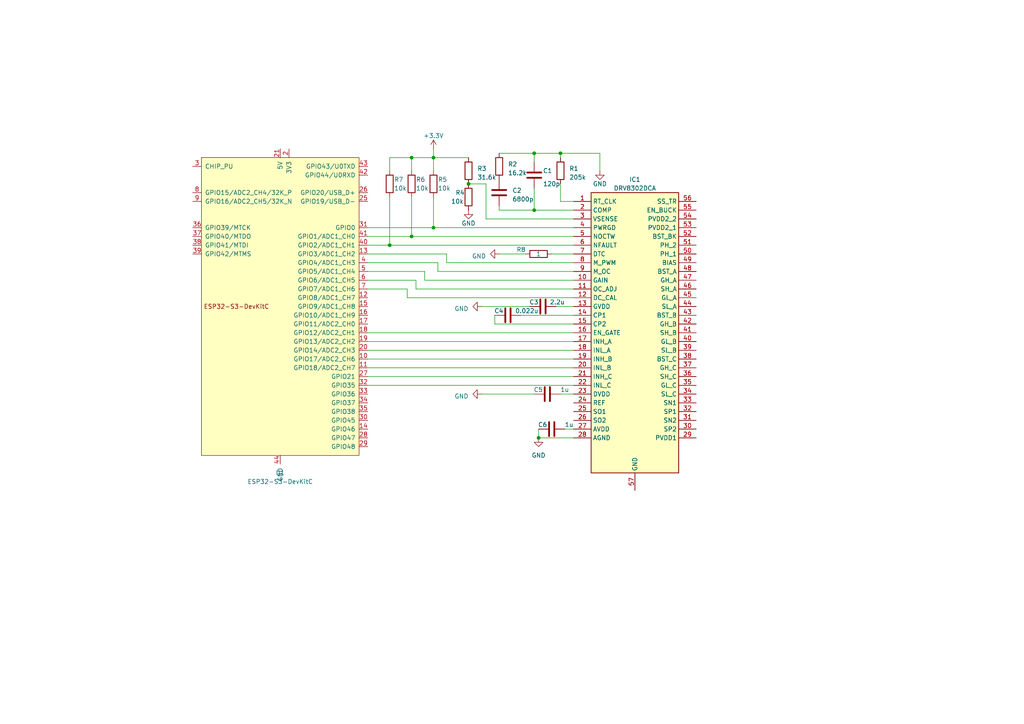
<source format=kicad_sch>
(kicad_sch (version 20230121) (generator eeschema)
  (paper "A4")
  (lib_symbols
    (symbol "DRV8302DCA:DRV8302DCA"
      (property "Reference" "IC" (at 31.75 7.62 0))
      (property "Value" "DRV8302DCA" (at 31.75 5.08 0))
      (symbol "DRV8302DCA_1_1"
        (rectangle (start 5.08 2.54) (end 30.48 -78.74) (stroke (width 0.254)) (fill (type background)))
        (pin passive line (at 0 0 0) (length 5.08) (name "RT_CLK") (number "1"))
        (pin passive line (at 0 -22.86 0) (length 5.08) (name "GAIN") (number "10"))
        (pin passive line (at 0 -25.4 0) (length 5.08) (name "OC_ADJ") (number "11"))
        (pin passive line (at 0 -27.94 0) (length 5.08) (name "DC_CAL") (number "12"))
        (pin passive line (at 0 -30.48 0) (length 5.08) (name "GVDD") (number "13"))
        (pin passive line (at 0 -33.02 0) (length 5.08) (name "CP1") (number "14"))
        (pin passive line (at 0 -35.56 0) (length 5.08) (name "CP2") (number "15"))
        (pin passive line (at 0 -38.1 0) (length 5.08) (name "EN_GATE") (number "16"))
        (pin passive line (at 0 -40.64 0) (length 5.08) (name "INH_A") (number "17"))
        (pin passive line (at 0 -43.18 0) (length 5.08) (name "INL_A") (number "18"))
        (pin passive line (at 0 -45.72 0) (length 5.08) (name "INH_B") (number "19"))
        (pin passive line (at 0 -2.54 0) (length 5.08) (name "COMP") (number "2"))
        (pin passive line (at 0 -48.26 0) (length 5.08) (name "INL_B") (number "20"))
        (pin passive line (at 0 -50.8 0) (length 5.08) (name "INH_C") (number "21"))
        (pin passive line (at 0 -53.34 0) (length 5.08) (name "INL_C") (number "22"))
        (pin passive line (at 0 -55.88 0) (length 5.08) (name "DVDD") (number "23"))
        (pin passive line (at 0 -58.42 0) (length 5.08) (name "REF") (number "24"))
        (pin passive line (at 0 -60.96 0) (length 5.08) (name "SO1") (number "25"))
        (pin passive line (at 0 -63.5 0) (length 5.08) (name "SO2") (number "26"))
        (pin passive line (at 0 -66.04 0) (length 5.08) (name "AVDD") (number "27"))
        (pin passive line (at 0 -68.58 0) (length 5.08) (name "AGND") (number "28"))
        (pin passive line (at 35.56 -68.58 180) (length 5.08) (name "PVDD1") (number "29"))
        (pin passive line (at 0 -5.08 0) (length 5.08) (name "VSENSE") (number "3"))
        (pin passive line (at 35.56 -66.04 180) (length 5.08) (name "SP2") (number "30"))
        (pin passive line (at 35.56 -63.5 180) (length 5.08) (name "SN2") (number "31"))
        (pin passive line (at 35.56 -60.96 180) (length 5.08) (name "SP1") (number "32"))
        (pin passive line (at 35.56 -58.42 180) (length 5.08) (name "SN1") (number "33"))
        (pin passive line (at 35.56 -55.88 180) (length 5.08) (name "SL_C") (number "34"))
        (pin passive line (at 35.56 -53.34 180) (length 5.08) (name "GL_C") (number "35"))
        (pin passive line (at 35.56 -50.8 180) (length 5.08) (name "SH_C") (number "36"))
        (pin passive line (at 35.56 -48.26 180) (length 5.08) (name "GH_C") (number "37"))
        (pin passive line (at 35.56 -45.72 180) (length 5.08) (name "BST_C") (number "38"))
        (pin passive line (at 35.56 -43.18 180) (length 5.08) (name "SL_B") (number "39"))
        (pin passive line (at 0 -7.62 0) (length 5.08) (name "PWRGD") (number "4"))
        (pin passive line (at 35.56 -40.64 180) (length 5.08) (name "GL_B") (number "40"))
        (pin passive line (at 35.56 -38.1 180) (length 5.08) (name "SH_B") (number "41"))
        (pin passive line (at 35.56 -35.56 180) (length 5.08) (name "GH_B") (number "42"))
        (pin passive line (at 35.56 -33.02 180) (length 5.08) (name "BST_B") (number "43"))
        (pin passive line (at 35.56 -30.48 180) (length 5.08) (name "SL_A") (number "44"))
        (pin passive line (at 35.56 -27.94 180) (length 5.08) (name "GL_A") (number "45"))
        (pin passive line (at 35.56 -25.4 180) (length 5.08) (name "SH_A") (number "46"))
        (pin passive line (at 35.56 -22.86 180) (length 5.08) (name "GH_A") (number "47"))
        (pin passive line (at 35.56 -20.32 180) (length 5.08) (name "BST_A") (number "48"))
        (pin passive line (at 35.56 -17.78 180) (length 5.08) (name "BIAS") (number "49"))
        (pin passive line (at 0 -10.16 0) (length 5.08) (name "NOCTW") (number "5"))
        (pin passive line (at 35.56 -15.24 180) (length 5.08) (name "PH_1") (number "50"))
        (pin passive line (at 35.56 -12.7 180) (length 5.08) (name "PH_2") (number "51"))
        (pin passive line (at 35.56 -10.16 180) (length 5.08) (name "BST_BK") (number "52"))
        (pin passive line (at 35.56 -7.62 180) (length 5.08) (name "PVDD2_1") (number "53"))
        (pin passive line (at 35.56 -5.08 180) (length 5.08) (name "PVDD2_2") (number "54"))
        (pin passive line (at 35.56 -2.54 180) (length 5.08) (name "EN_BUCK") (number "55"))
        (pin passive line (at 35.56 0 180) (length 5.08) (name "SS_TR") (number "56"))
        (pin passive line (at 17.78 -83.82 90) (length 5.08) (name "GND") (number "57"))
        (pin passive line (at 0 -12.7 0) (length 5.08) (name "NFAULT") (number "6"))
        (pin passive line (at 0 -15.24 0) (length 5.08) (name "DTC") (number "7"))
        (pin passive line (at 0 -17.78 0) (length 5.08) (name "M_PWM") (number "8"))
        (pin passive line (at 0 -20.32 0) (length 5.08) (name "M_OC") (number "9"))
      )
    )
    (symbol "Device:C" (pin_numbers hide) (pin_names (offset 0.254))
      (property "Reference" "C" (at 0.635 2.54 0))
      (property "Value" "C" (at 0.635 -2.54 0))
      (symbol "C_0_1"
        (polyline (pts (xy -2.032 -0.762) (xy 2.032 -0.762)) (stroke (width 0.508)))
        (polyline (pts (xy -2.032 0.762) (xy 2.032 0.762)) (stroke (width 0.508)))
      )
      (symbol "C_1_1"
        (pin passive line (at 0 3.81 270) (length 2.794) (name "~") (number "1"))
        (pin passive line (at 0 -3.81 90) (length 2.794) (name "~") (number "2"))
      )
    )
    (symbol "Device:R" (pin_numbers hide) (pin_names (offset 0))
      (property "Reference" "R" (at 2.032 0 90))
      (property "Value" "R" (at 0 0 90))
      (symbol "R_0_1"
        (rectangle (start -1.016 -2.54) (end 1.016 2.54) (stroke (width 0.254)))
      )
      (symbol "R_1_1"
        (pin passive line (at 0 3.81 270) (length 1.27) (name "~") (number "1"))
        (pin passive line (at 0 -3.81 90) (length 1.27) (name "~") (number "2"))
      )
    )
    (symbol "Espressif:ESP32-S3-DevKitC" (pin_names (offset 1.016))
      (property "Reference" "U" (at -22.86 48.26 0))
      (property "Value" "ESP32-S3-DevKitC" (at -22.86 45.72 0))
      (symbol "ESP32-S3-DevKitC_0_0"
        (text "ESP32-S3-DevKitC" (at -12.7 0 0) (effects (font (size 1.27 1.27))))
        (pin bidirectional line (at 25.4 -35.56 180) (length 2.54) (name "GPIO46") (number "14"))
        (pin bidirectional line (at 25.4 -10.16 180) (length 2.54) (name "GPIO13/ADC2_CH2") (number "19"))
        (pin bidirectional line (at -25.4 15.24 0) (length 2.54) (name "GPIO42/MTMS") (number "39"))
        (pin bidirectional line (at 25.4 17.78 180) (length 2.54) (name "GPIO2/ADC1_CH1") (number "40"))
        (pin bidirectional line (at 25.4 20.32 180) (length 2.54) (name "GPIO1/ADC1_CH0") (number "41"))
        (pin bidirectional line (at 25.4 38.1 180) (length 2.54) (name "GPIO44/U0RXD") (number "42"))
        (pin bidirectional line (at 25.4 40.64 180) (length 2.54) (name "GPIO43/U0TXD") (number "43"))
        (pin power_in line (at 0 -43.18 270) (length 2.54) (name "GND") (number "44"))
      )
      (symbol "ESP32-S3-DevKitC_0_1"
        (rectangle (start -22.86 43.18) (end 22.86 -43.18) (fill (type background)))
        (pin power_in line (at 2.54 45.72 270) (length 2.54) (name "3V3") (number "2"))
      )
      (symbol "ESP32-S3-DevKitC_1_1"
        (pin passive line (at 2.54 45.72 270) (length 2.54) hide (name "3V3") (number "1"))
        (pin bidirectional line (at 25.4 -15.24 180) (length 2.54) (name "GPIO17/ADC2_CH6") (number "10"))
        (pin bidirectional line (at 25.4 -17.78 180) (length 2.54) (name "GPIO18/ADC2_CH7") (number "11"))
        (pin bidirectional line (at 25.4 2.54 180) (length 2.54) (name "GPIO8/ADC1_CH7") (number "12"))
        (pin bidirectional line (at 25.4 15.24 180) (length 2.54) (name "GPIO3/ADC1_CH2") (number "13"))
        (pin bidirectional line (at 25.4 0 180) (length 2.54) (name "GPIO9/ADC1_CH8") (number "15"))
        (pin bidirectional line (at 25.4 -2.54 180) (length 2.54) (name "GPIO10/ADC1_CH9") (number "16"))
        (pin bidirectional line (at 25.4 -5.08 180) (length 2.54) (name "GPIO11/ADC2_CH0") (number "17"))
        (pin bidirectional line (at 25.4 -7.62 180) (length 2.54) (name "GPIO12/ADC2_CH1") (number "18"))
        (pin bidirectional line (at 25.4 -12.7 180) (length 2.54) (name "GPIO14/ADC2_CH3") (number "20"))
        (pin power_in line (at 0 45.72 270) (length 2.54) (name "5V") (number "21"))
        (pin passive line (at 0 -43.18 270) (length 2.54) hide (name "GND") (number "22"))
        (pin passive line (at 0 -43.18 270) (length 2.54) hide (name "GND") (number "23"))
        (pin passive line (at 0 -43.18 270) (length 2.54) hide (name "GND") (number "24"))
        (pin bidirectional line (at 25.4 30.48 180) (length 2.54) (name "GPIO19/USB_D-") (number "25"))
        (pin bidirectional line (at 25.4 33.02 180) (length 2.54) (name "GPIO20/USB_D+") (number "26"))
        (pin bidirectional line (at 25.4 -20.32 180) (length 2.54) (name "GPIO21") (number "27"))
        (pin bidirectional line (at 25.4 -38.1 180) (length 2.54) (name "GPIO47") (number "28"))
        (pin bidirectional line (at 25.4 -40.64 180) (length 2.54) (name "GPIO48") (number "29"))
        (pin input line (at -25.4 40.64 0) (length 2.54) (name "CHIP_PU") (number "3"))
        (pin bidirectional line (at 25.4 -33.02 180) (length 2.54) (name "GPIO45") (number "30"))
        (pin bidirectional line (at 25.4 22.86 180) (length 2.54) (name "GPIO0") (number "31"))
        (pin bidirectional line (at 25.4 -22.86 180) (length 2.54) (name "GPIO35") (number "32"))
        (pin bidirectional line (at 25.4 -25.4 180) (length 2.54) (name "GPIO36") (number "33"))
        (pin bidirectional line (at 25.4 -27.94 180) (length 2.54) (name "GPIO37") (number "34"))
        (pin bidirectional line (at 25.4 -30.48 180) (length 2.54) (name "GPIO38") (number "35"))
        (pin bidirectional line (at -25.4 22.86 0) (length 2.54) (name "GPIO39/MTCK") (number "36"))
        (pin bidirectional line (at -25.4 20.32 0) (length 2.54) (name "GPIO40/MTDO") (number "37"))
        (pin bidirectional line (at -25.4 17.78 0) (length 2.54) (name "GPIO41/MTDI") (number "38"))
        (pin bidirectional line (at 25.4 12.7 180) (length 2.54) (name "GPIO4/ADC1_CH3") (number "4"))
        (pin bidirectional line (at 25.4 10.16 180) (length 2.54) (name "GPIO5/ADC1_CH4") (number "5"))
        (pin bidirectional line (at 25.4 7.62 180) (length 2.54) (name "GPIO6/ADC1_CH5") (number "6"))
        (pin bidirectional line (at 25.4 5.08 180) (length 2.54) (name "GPIO7/ADC1_CH6") (number "7"))
        (pin bidirectional line (at -25.4 33.02 0) (length 2.54) (name "GPIO15/ADC2_CH4/32K_P") (number "8"))
        (pin bidirectional line (at -25.4 30.48 0) (length 2.54) (name "GPIO16/ADC2_CH5/32K_N") (number "9"))
      )
    )
    (symbol "power:+3.3V" (power) (pin_names (offset 0))
      (property "Value" "+3.3V" (at 0 3.556 0))
      (symbol "+3.3V_0_1"
        (polyline (pts (xy -0.762 1.27) (xy 0 2.54)))
        (polyline (pts (xy 0 0) (xy 0 2.54)))
        (polyline (pts (xy 0 2.54) (xy 0.762 1.27)))
      )
      (symbol "+3.3V_1_1"
        (pin power_in line (at 0 0 90) (length 0) hide (name "+3.3V") (number "1"))
      )
    )
    (symbol "power:GND" (power) (pin_names (offset 0))
      (property "Value" "GND" (at 0 -3.81 0))
      (symbol "GND_0_1"
        (polyline (pts (xy 0 0) (xy 0 -1.27) (xy 1.27 -1.27) (xy 0 -2.54) (xy -1.27 -1.27) (xy 0 -1.27)))
      )
      (symbol "GND_1_1"
        (pin power_in line (at 0 0 270) (length 0) hide (name "GND") (number "1"))
      )
    )
  )
  (junction (at 113.03 71.12))
  (junction (at 154.94 44.45))
  (junction (at 156.21 127))
  (junction (at 125.73 66.04))
  (junction (at 162.56 44.45))
  (junction (at 135.89 53.34))
  (junction (at 119.38 45.72))
  (junction (at 154.94 60.96))
  (junction (at 119.38 68.58))
  (junction (at 125.73 45.72))
  (wire (pts (xy 113.03 57.15) (xy 113.03 71.12)))
  (wire (pts (xy 119.38 57.15) (xy 119.38 68.58)))
  (wire (pts (xy 125.73 45.72) (xy 125.73 43.18)))
  (wire (pts (xy 163.83 124.46) (xy 166.37 124.46)))
  (wire (pts (xy 106.68 111.76) (xy 166.37 111.76)))
  (wire (pts (xy 106.68 71.12) (xy 113.03 71.12)))
  (wire (pts (xy 154.94 54.61) (xy 154.94 60.96)))
  (wire (pts (xy 139.7 114.3) (xy 154.94 114.3)))
  (wire (pts (xy 125.73 45.72) (xy 135.89 45.72)))
  (wire (pts (xy 113.03 45.72) (xy 113.03 49.53)))
  (wire (pts (xy 129.54 76.2) (xy 129.54 73.66)))
  (wire (pts (xy 166.37 81.28) (xy 123.19 81.28)))
  (wire (pts (xy 106.68 101.6) (xy 166.37 101.6)))
  (wire (pts (xy 119.38 45.72) (xy 119.38 49.53)))
  (wire (pts (xy 125.73 57.15) (xy 125.73 66.04)))
  (wire (pts (xy 119.38 68.58) (xy 166.37 68.58)))
  (wire (pts (xy 166.37 58.42) (xy 162.56 58.42)))
  (wire (pts (xy 140.97 53.34) (xy 140.97 63.5)))
  (wire (pts (xy 125.73 66.04) (xy 166.37 66.04)))
  (wire (pts (xy 166.37 76.2) (xy 129.54 76.2)))
  (wire (pts (xy 143.51 93.98) (xy 143.51 91.44)))
  (wire (pts (xy 144.78 44.45) (xy 154.94 44.45)))
  (wire (pts (xy 156.21 127) (xy 156.21 124.46)))
  (wire (pts (xy 125.73 45.72) (xy 119.38 45.72)))
  (wire (pts (xy 125.73 45.72) (xy 125.73 49.53)))
  (wire (pts (xy 173.99 44.45) (xy 173.99 49.53)))
  (wire (pts (xy 161.29 88.9) (xy 166.37 88.9)))
  (wire (pts (xy 166.37 60.96) (xy 154.94 60.96)))
  (wire (pts (xy 151.13 91.44) (xy 166.37 91.44)))
  (wire (pts (xy 106.68 99.06) (xy 166.37 99.06)))
  (wire (pts (xy 154.94 44.45) (xy 162.56 44.45)))
  (wire (pts (xy 106.68 81.28) (xy 120.65 81.28)))
  (wire (pts (xy 123.19 81.28) (xy 123.19 78.74)))
  (wire (pts (xy 113.03 71.12) (xy 166.37 71.12)))
  (wire (pts (xy 106.68 66.04) (xy 125.73 66.04)))
  (wire (pts (xy 166.37 78.74) (xy 127 78.74)))
  (wire (pts (xy 154.94 44.45) (xy 154.94 46.99)))
  (wire (pts (xy 127 78.74) (xy 127 76.2)))
  (wire (pts (xy 162.56 53.34) (xy 162.56 58.42)))
  (wire (pts (xy 120.65 83.82) (xy 120.65 81.28)))
  (wire (pts (xy 144.78 60.96) (xy 144.78 59.69)))
  (wire (pts (xy 166.37 127) (xy 156.21 127)))
  (wire (pts (xy 106.68 106.68) (xy 166.37 106.68)))
  (wire (pts (xy 166.37 86.36) (xy 118.11 86.36)))
  (wire (pts (xy 119.38 45.72) (xy 113.03 45.72)))
  (wire (pts (xy 166.37 63.5) (xy 140.97 63.5)))
  (wire (pts (xy 166.37 93.98) (xy 143.51 93.98)))
  (wire (pts (xy 106.68 76.2) (xy 127 76.2)))
  (wire (pts (xy 162.56 45.72) (xy 162.56 44.45)))
  (wire (pts (xy 106.68 83.82) (xy 118.11 83.82)))
  (wire (pts (xy 106.68 109.22) (xy 166.37 109.22)))
  (wire (pts (xy 106.68 68.58) (xy 119.38 68.58)))
  (wire (pts (xy 160.02 73.66) (xy 166.37 73.66)))
  (wire (pts (xy 106.68 104.14) (xy 166.37 104.14)))
  (wire (pts (xy 106.68 78.74) (xy 123.19 78.74)))
  (wire (pts (xy 154.94 60.96) (xy 144.78 60.96)))
  (wire (pts (xy 106.68 96.52) (xy 166.37 96.52)))
  (wire (pts (xy 140.97 53.34) (xy 135.89 53.34)))
  (wire (pts (xy 162.56 114.3) (xy 166.37 114.3)))
  (wire (pts (xy 118.11 86.36) (xy 118.11 83.82)))
  (wire (pts (xy 129.54 73.66) (xy 106.68 73.66)))
  (wire (pts (xy 139.7 88.9) (xy 153.67 88.9)))
  (wire (pts (xy 144.78 73.66) (xy 152.4 73.66)))
  (wire (pts (xy 166.37 83.82) (xy 120.65 83.82)))
  (wire (pts (xy 162.56 44.45) (xy 173.99 44.45)))
  (symbol (lib_id "Device:C") (at 154.94 50.8 0) (unit 1)
    (property "Reference" "C1" (at 157.48 49.53 0) (effects (justify left)))
    (property "Value" "120p" (at 157.48 53.34 0) (effects (justify left)))
  )
  (symbol (lib_id "power:GND") (at 135.89 60.96 0) (unit 1)
    (property "Reference" "#PWR02" (effects hide))
    (property "Value" "GND" (at 135.89 64.77 0))
  )
  (symbol (lib_id "Device:R") (at 113.03 53.34 0) (unit 1)
    (property "Reference" "R7" (at 114.3 52.07 0) (effects (justify left)))
    (property "Value" "10k" (at 114.3 54.61 0) (effects (justify left)))
  )
  (symbol (lib_id "Device:R") (at 135.89 57.15 0) (unit 1)
    (property "Reference" "R4" (at 132.08 55.88 0) (effects (justify left)))
    (property "Value" "10k" (at 130.81 58.42 0) (effects (justify left)))
  )
  (symbol (lib_id "Device:C") (at 147.32 91.44 90) (unit 1)
    (property "Reference" "C4" (at 146.05 90.17 90) (effects (justify left)))
    (property "Value" "0.022u" (at 156.21 90.17 90) (effects (justify left)))
  )
  (symbol (lib_id "power:GND") (at 144.78 73.66 270) (unit 1)
    (property "Reference" "#PWR04" (effects hide))
    (property "Value" "GND" (at 140.97 74.295 90) (effects (justify right)))
  )
  (symbol (lib_id "Device:R") (at 125.73 53.34 0) (unit 1)
    (property "Reference" "R5" (at 127 52.07 0) (effects (justify left)))
    (property "Value" "10k" (at 127 54.61 0) (effects (justify left)))
  )
  (symbol (lib_id "Device:R") (at 162.56 49.53 0) (unit 1)
    (property "Reference" "R1" (at 165.1 48.895 0) (effects (justify left)))
    (property "Value" "205k" (at 165.1 51.435 0) (effects (justify left)))
  )
  (symbol (lib_id "power:GND") (at 139.7 114.3 270) (unit 1)
    (property "Reference" "#PWR06" (effects hide))
    (property "Value" "GND" (at 135.89 114.935 90) (effects (justify right)))
  )
  (symbol (lib_id "Device:R") (at 156.21 73.66 90) (unit 1)
    (property "Reference" "R8" (at 151.13 72.39 90))
    (property "Value" "1" (at 156.21 73.66 90))
  )
  (symbol (lib_id "Device:R") (at 135.89 49.53 0) (unit 1)
    (property "Reference" "R3" (at 138.43 48.895 0) (effects (justify left)))
    (property "Value" "31.6k" (at 138.43 51.435 0) (effects (justify left)))
  )
  (symbol (lib_id "DRV8302DCA:DRV8302DCA") (at 166.37 58.42 0) (unit 1)
    (property "Reference" "IC1" (at 184.15 52.07 0))
    (property "Value" "DRV8302DCA" (at 184.15 54.61 0))
    (property "Footprint" "SOP50P810X120-57N" (effects hide))
    (property "Datasheet" "http://www.ti.com/lit/ds/symlink/drv8302.pdf" (effects hide))
    (property "Height" "1.2" (effects hide))
    (property "Manufacturer_Name" "Texas Instruments" (effects hide))
    (property "Manufacturer_Part_Number" "DRV8302DCA" (effects hide))
    (property "Mouser Part Number" "595-DRV8302DCA" (effects hide))
    (property "Mouser Price/Stock" "https://www.mouser.co.uk/ProductDetail/Texas-Instruments/DRV8302DCA?qs=UMk2QrKu%2FwwgoG3aN39ZGg%3D%3D" (effects hide))
    (property "Arrow Part Number" "DRV8302DCA" (effects hide))
    (property "Arrow Price/Stock" "https://www.arrow.com/en/products/drv8302dca/texas-instruments?region=nac" (effects hide))
  )
  (symbol (lib_id "power:+3.3V") (at 125.73 43.18 0) (unit 1)
    (property "Reference" "#PWR03" (effects hide))
    (property "Value" "+3.3V" (at 125.73 39.37 0))
  )
  (symbol (lib_id "Device:R") (at 144.78 48.26 0) (unit 1)
    (property "Reference" "R2" (at 147.32 47.625 0) (effects (justify left)))
    (property "Value" "16.2k" (at 147.32 50.165 0) (effects (justify left)))
  )
  (symbol (lib_id "power:GND") (at 156.21 127 0) (unit 1)
    (property "Reference" "#PWR07" (effects hide))
    (property "Value" "GND" (at 156.21 132.08 0))
  )
  (symbol (lib_id "Device:C") (at 160.02 124.46 90) (unit 1)
    (property "Reference" "C6" (at 158.75 123.19 90) (effects (justify left)))
    (property "Value" "1u" (at 166.37 123.19 90) (effects (justify left)))
  )
  (symbol (lib_id "power:GND") (at 173.99 49.53 0) (unit 1)
    (property "Reference" "#PWR01" (effects hide))
    (property "Value" "GND" (at 173.99 53.34 0))
  )
  (symbol (lib_id "Espressif:ESP32-S3-DevKitC") (at 81.28 88.9 0) (unit 1)
    (property "Reference" "U1" (at 81.28 137.16 0))
    (property "Value" "ESP32-S3-DevKitC" (at 81.28 139.7 0))
    (property "Footprint" "Espressif:ESP32-S3-DevKitC" (effects hide))
  )
  (symbol (lib_id "Device:C") (at 158.75 114.3 90) (unit 1)
    (property "Reference" "C5" (at 157.48 113.03 90) (effects (justify left)))
    (property "Value" "1u" (at 165.1 113.03 90) (effects (justify left)))
  )
  (symbol (lib_id "Device:R") (at 119.38 53.34 0) (unit 1)
    (property "Reference" "R6" (at 120.65 52.07 0) (effects (justify left)))
    (property "Value" "10k" (at 120.65 54.61 0) (effects (justify left)))
  )
  (symbol (lib_id "Device:C") (at 157.48 88.9 90) (unit 1)
    (property "Reference" "C3" (at 156.21 87.63 90) (effects (justify left)))
    (property "Value" "2.2u" (at 163.83 87.63 90) (effects (justify left)))
  )
  (symbol (lib_id "power:GND") (at 139.7 88.9 270) (unit 1)
    (property "Reference" "#PWR05" (effects hide))
    (property "Value" "GND" (at 135.89 89.535 90) (effects (justify right)))
  )
  (symbol (lib_id "Device:C") (at 144.78 55.88 0) (unit 1)
    (property "Reference" "C2" (at 148.59 55.245 0) (effects (justify left)))
    (property "Value" "6800p" (at 148.59 57.785 0) (effects (justify left)))
  )
)
</source>
